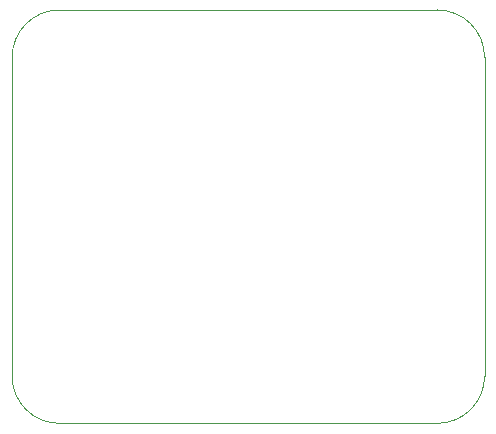
<source format=gbr>
G04 #@! TF.GenerationSoftware,KiCad,Pcbnew,(6.0.7)*
G04 #@! TF.CreationDate,2022-11-19T14:13:10-06:00*
G04 #@! TF.ProjectId,BPS-Amperes,4250532d-416d-4706-9572-65732e6b6963,rev?*
G04 #@! TF.SameCoordinates,Original*
G04 #@! TF.FileFunction,Profile,NP*
%FSLAX46Y46*%
G04 Gerber Fmt 4.6, Leading zero omitted, Abs format (unit mm)*
G04 Created by KiCad (PCBNEW (6.0.7)) date 2022-11-19 14:13:10*
%MOMM*%
%LPD*%
G01*
G04 APERTURE LIST*
G04 #@! TA.AperFunction,Profile*
%ADD10C,0.050000*%
G04 #@! TD*
G04 APERTURE END LIST*
D10*
X155000000Y-99000000D02*
X155000000Y-126000000D01*
X151000000Y-130000000D02*
G75*
G03*
X155000000Y-126000000I0J4000000D01*
G01*
X119000000Y-95000000D02*
G75*
G03*
X115000000Y-99000000I0J-4000000D01*
G01*
X119000000Y-95000000D02*
X151000000Y-95000000D01*
X155000000Y-99000000D02*
G75*
G03*
X151000000Y-95000000I-4000000J0D01*
G01*
X151000000Y-130000000D02*
X119000000Y-130000000D01*
X115000000Y-126000000D02*
X115000000Y-99000000D01*
X115000000Y-126000000D02*
G75*
G03*
X119000000Y-130000000I4000000J0D01*
G01*
M02*

</source>
